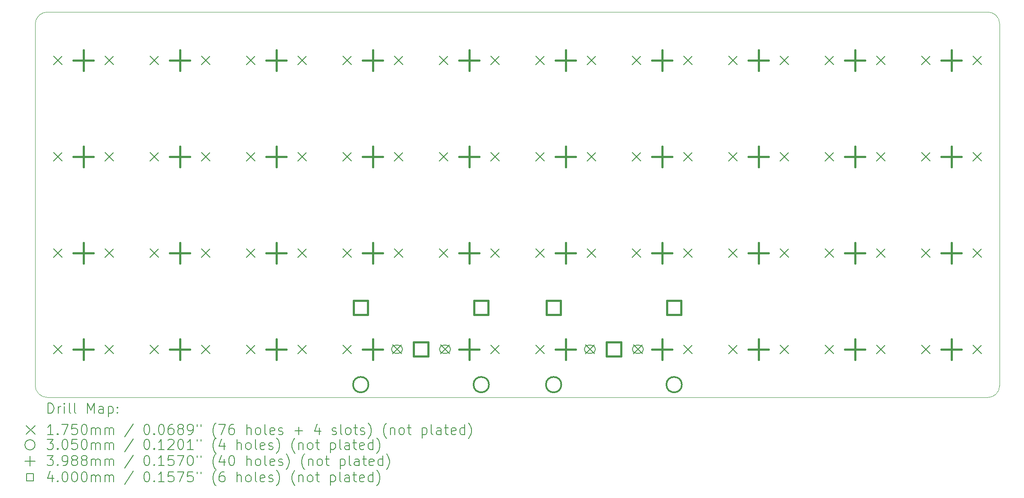
<source format=gbr>
%FSLAX45Y45*%
G04 Gerber Fmt 4.5, Leading zero omitted, Abs format (unit mm)*
G04 Created by KiCad (PCBNEW (6.0.0)) date 2023-02-08 23:19:00*
%MOMM*%
%LPD*%
G01*
G04 APERTURE LIST*
%TA.AperFunction,Profile*%
%ADD10C,0.050000*%
%TD*%
%ADD11C,0.200000*%
%ADD12C,0.175000*%
%ADD13C,0.305000*%
%ADD14C,0.398780*%
%ADD15C,0.400000*%
G04 APERTURE END LIST*
D10*
X1638300Y-1854200D02*
X1638300Y-8991600D01*
X1879600Y-9232900D02*
X20459700Y-9232900D01*
X20688300Y-9004300D02*
X20688300Y-1841500D01*
X20459700Y-1612900D02*
X1879600Y-1612900D01*
X1879600Y-1612900D02*
G75*
G03*
X1638300Y-1854200I0J-241300D01*
G01*
X20688300Y-1841500D02*
G75*
G03*
X20459700Y-1612900I-228600J0D01*
G01*
X20459700Y-9232900D02*
G75*
G03*
X20688300Y-9004300I0J228600D01*
G01*
X1638300Y-8991600D02*
G75*
G03*
X1879600Y-9232900I241300J0D01*
G01*
D11*
D12*
X1998475Y-2481075D02*
X2173475Y-2656075D01*
X2173475Y-2481075D02*
X1998475Y-2656075D01*
X1998475Y-4386075D02*
X2173475Y-4561075D01*
X2173475Y-4386075D02*
X1998475Y-4561075D01*
X1998475Y-6291075D02*
X2173475Y-6466075D01*
X2173475Y-6291075D02*
X1998475Y-6466075D01*
X1998475Y-8196075D02*
X2173475Y-8371075D01*
X2173475Y-8196075D02*
X1998475Y-8371075D01*
X3014475Y-2481075D02*
X3189475Y-2656075D01*
X3189475Y-2481075D02*
X3014475Y-2656075D01*
X3014475Y-4386075D02*
X3189475Y-4561075D01*
X3189475Y-4386075D02*
X3014475Y-4561075D01*
X3014475Y-6291075D02*
X3189475Y-6466075D01*
X3189475Y-6291075D02*
X3014475Y-6466075D01*
X3014475Y-8196075D02*
X3189475Y-8371075D01*
X3189475Y-8196075D02*
X3014475Y-8371075D01*
X3903475Y-2481075D02*
X4078475Y-2656075D01*
X4078475Y-2481075D02*
X3903475Y-2656075D01*
X3903475Y-4386075D02*
X4078475Y-4561075D01*
X4078475Y-4386075D02*
X3903475Y-4561075D01*
X3903475Y-6291075D02*
X4078475Y-6466075D01*
X4078475Y-6291075D02*
X3903475Y-6466075D01*
X3903475Y-8196075D02*
X4078475Y-8371075D01*
X4078475Y-8196075D02*
X3903475Y-8371075D01*
X4919475Y-2481075D02*
X5094475Y-2656075D01*
X5094475Y-2481075D02*
X4919475Y-2656075D01*
X4919475Y-4386075D02*
X5094475Y-4561075D01*
X5094475Y-4386075D02*
X4919475Y-4561075D01*
X4919475Y-6291075D02*
X5094475Y-6466075D01*
X5094475Y-6291075D02*
X4919475Y-6466075D01*
X4919475Y-8196075D02*
X5094475Y-8371075D01*
X5094475Y-8196075D02*
X4919475Y-8371075D01*
X5808475Y-2481075D02*
X5983475Y-2656075D01*
X5983475Y-2481075D02*
X5808475Y-2656075D01*
X5808475Y-4386075D02*
X5983475Y-4561075D01*
X5983475Y-4386075D02*
X5808475Y-4561075D01*
X5808475Y-6291075D02*
X5983475Y-6466075D01*
X5983475Y-6291075D02*
X5808475Y-6466075D01*
X5808475Y-8196075D02*
X5983475Y-8371075D01*
X5983475Y-8196075D02*
X5808475Y-8371075D01*
X6824475Y-2481075D02*
X6999475Y-2656075D01*
X6999475Y-2481075D02*
X6824475Y-2656075D01*
X6824475Y-4386075D02*
X6999475Y-4561075D01*
X6999475Y-4386075D02*
X6824475Y-4561075D01*
X6824475Y-6291075D02*
X6999475Y-6466075D01*
X6999475Y-6291075D02*
X6824475Y-6466075D01*
X6824475Y-8196075D02*
X6999475Y-8371075D01*
X6999475Y-8196075D02*
X6824475Y-8371075D01*
X7713475Y-2481075D02*
X7888475Y-2656075D01*
X7888475Y-2481075D02*
X7713475Y-2656075D01*
X7713475Y-4386075D02*
X7888475Y-4561075D01*
X7888475Y-4386075D02*
X7713475Y-4561075D01*
X7713475Y-6291075D02*
X7888475Y-6466075D01*
X7888475Y-6291075D02*
X7713475Y-6466075D01*
X7713475Y-8196075D02*
X7888475Y-8371075D01*
X7888475Y-8196075D02*
X7713475Y-8371075D01*
X8698500Y-8192500D02*
X8873500Y-8367500D01*
X8873500Y-8192500D02*
X8698500Y-8367500D01*
D11*
X8817500Y-8202500D02*
X8754500Y-8202500D01*
X8817500Y-8357500D02*
X8754500Y-8357500D01*
X8754500Y-8202500D02*
G75*
G03*
X8754500Y-8357500I0J-77500D01*
G01*
X8817500Y-8357500D02*
G75*
G03*
X8817500Y-8202500I0J77500D01*
G01*
D12*
X8729475Y-2481075D02*
X8904475Y-2656075D01*
X8904475Y-2481075D02*
X8729475Y-2656075D01*
X8729475Y-4386075D02*
X8904475Y-4561075D01*
X8904475Y-4386075D02*
X8729475Y-4561075D01*
X8729475Y-6291075D02*
X8904475Y-6466075D01*
X8904475Y-6291075D02*
X8729475Y-6466075D01*
X9618475Y-2481075D02*
X9793475Y-2656075D01*
X9793475Y-2481075D02*
X9618475Y-2656075D01*
X9618475Y-4386075D02*
X9793475Y-4561075D01*
X9793475Y-4386075D02*
X9618475Y-4561075D01*
X9618475Y-6291075D02*
X9793475Y-6466075D01*
X9793475Y-6291075D02*
X9618475Y-6466075D01*
X9646500Y-8192500D02*
X9821500Y-8367500D01*
X9821500Y-8192500D02*
X9646500Y-8367500D01*
D11*
X9765500Y-8202500D02*
X9702500Y-8202500D01*
X9765500Y-8357500D02*
X9702500Y-8357500D01*
X9702500Y-8202500D02*
G75*
G03*
X9702500Y-8357500I0J-77500D01*
G01*
X9765500Y-8357500D02*
G75*
G03*
X9765500Y-8202500I0J77500D01*
G01*
D12*
X10634475Y-2481075D02*
X10809475Y-2656075D01*
X10809475Y-2481075D02*
X10634475Y-2656075D01*
X10634475Y-4386075D02*
X10809475Y-4561075D01*
X10809475Y-4386075D02*
X10634475Y-4561075D01*
X10634475Y-6291075D02*
X10809475Y-6466075D01*
X10809475Y-6291075D02*
X10634475Y-6466075D01*
X10634475Y-8196075D02*
X10809475Y-8371075D01*
X10809475Y-8196075D02*
X10634475Y-8371075D01*
X11523475Y-2481075D02*
X11698475Y-2656075D01*
X11698475Y-2481075D02*
X11523475Y-2656075D01*
X11523475Y-4386075D02*
X11698475Y-4561075D01*
X11698475Y-4386075D02*
X11523475Y-4561075D01*
X11523475Y-6291075D02*
X11698475Y-6466075D01*
X11698475Y-6291075D02*
X11523475Y-6466075D01*
X11523475Y-8196075D02*
X11698475Y-8371075D01*
X11698475Y-8196075D02*
X11523475Y-8371075D01*
X12508500Y-8192500D02*
X12683500Y-8367500D01*
X12683500Y-8192500D02*
X12508500Y-8367500D01*
D11*
X12627500Y-8202500D02*
X12564500Y-8202500D01*
X12627500Y-8357500D02*
X12564500Y-8357500D01*
X12564500Y-8202500D02*
G75*
G03*
X12564500Y-8357500I0J-77500D01*
G01*
X12627500Y-8357500D02*
G75*
G03*
X12627500Y-8202500I0J77500D01*
G01*
D12*
X12539475Y-2481075D02*
X12714475Y-2656075D01*
X12714475Y-2481075D02*
X12539475Y-2656075D01*
X12539475Y-4386075D02*
X12714475Y-4561075D01*
X12714475Y-4386075D02*
X12539475Y-4561075D01*
X12539475Y-6291075D02*
X12714475Y-6466075D01*
X12714475Y-6291075D02*
X12539475Y-6466075D01*
X13428475Y-2481075D02*
X13603475Y-2656075D01*
X13603475Y-2481075D02*
X13428475Y-2656075D01*
X13428475Y-4386075D02*
X13603475Y-4561075D01*
X13603475Y-4386075D02*
X13428475Y-4561075D01*
X13428475Y-6291075D02*
X13603475Y-6466075D01*
X13603475Y-6291075D02*
X13428475Y-6466075D01*
X13456500Y-8192500D02*
X13631500Y-8367500D01*
X13631500Y-8192500D02*
X13456500Y-8367500D01*
D11*
X13575500Y-8202500D02*
X13512500Y-8202500D01*
X13575500Y-8357500D02*
X13512500Y-8357500D01*
X13512500Y-8202500D02*
G75*
G03*
X13512500Y-8357500I0J-77500D01*
G01*
X13575500Y-8357500D02*
G75*
G03*
X13575500Y-8202500I0J77500D01*
G01*
D12*
X14444475Y-2481075D02*
X14619475Y-2656075D01*
X14619475Y-2481075D02*
X14444475Y-2656075D01*
X14444475Y-4386075D02*
X14619475Y-4561075D01*
X14619475Y-4386075D02*
X14444475Y-4561075D01*
X14444475Y-6291075D02*
X14619475Y-6466075D01*
X14619475Y-6291075D02*
X14444475Y-6466075D01*
X14444475Y-8196075D02*
X14619475Y-8371075D01*
X14619475Y-8196075D02*
X14444475Y-8371075D01*
X15333475Y-2481075D02*
X15508475Y-2656075D01*
X15508475Y-2481075D02*
X15333475Y-2656075D01*
X15333475Y-4386075D02*
X15508475Y-4561075D01*
X15508475Y-4386075D02*
X15333475Y-4561075D01*
X15333475Y-6291075D02*
X15508475Y-6466075D01*
X15508475Y-6291075D02*
X15333475Y-6466075D01*
X15333475Y-8196075D02*
X15508475Y-8371075D01*
X15508475Y-8196075D02*
X15333475Y-8371075D01*
X16349475Y-2481075D02*
X16524475Y-2656075D01*
X16524475Y-2481075D02*
X16349475Y-2656075D01*
X16349475Y-4386075D02*
X16524475Y-4561075D01*
X16524475Y-4386075D02*
X16349475Y-4561075D01*
X16349475Y-6291075D02*
X16524475Y-6466075D01*
X16524475Y-6291075D02*
X16349475Y-6466075D01*
X16349475Y-8196075D02*
X16524475Y-8371075D01*
X16524475Y-8196075D02*
X16349475Y-8371075D01*
X17238475Y-2481075D02*
X17413475Y-2656075D01*
X17413475Y-2481075D02*
X17238475Y-2656075D01*
X17238475Y-4386075D02*
X17413475Y-4561075D01*
X17413475Y-4386075D02*
X17238475Y-4561075D01*
X17238475Y-6291075D02*
X17413475Y-6466075D01*
X17413475Y-6291075D02*
X17238475Y-6466075D01*
X17238475Y-8196075D02*
X17413475Y-8371075D01*
X17413475Y-8196075D02*
X17238475Y-8371075D01*
X18254475Y-2481075D02*
X18429475Y-2656075D01*
X18429475Y-2481075D02*
X18254475Y-2656075D01*
X18254475Y-4386075D02*
X18429475Y-4561075D01*
X18429475Y-4386075D02*
X18254475Y-4561075D01*
X18254475Y-6291075D02*
X18429475Y-6466075D01*
X18429475Y-6291075D02*
X18254475Y-6466075D01*
X18254475Y-8196075D02*
X18429475Y-8371075D01*
X18429475Y-8196075D02*
X18254475Y-8371075D01*
X19143475Y-2481075D02*
X19318475Y-2656075D01*
X19318475Y-2481075D02*
X19143475Y-2656075D01*
X19143475Y-4386075D02*
X19318475Y-4561075D01*
X19318475Y-4386075D02*
X19143475Y-4561075D01*
X19143475Y-6291075D02*
X19318475Y-6466075D01*
X19318475Y-6291075D02*
X19143475Y-6466075D01*
X19143475Y-8196075D02*
X19318475Y-8371075D01*
X19318475Y-8196075D02*
X19143475Y-8371075D01*
X20159475Y-2481075D02*
X20334475Y-2656075D01*
X20334475Y-2481075D02*
X20159475Y-2656075D01*
X20159475Y-4386075D02*
X20334475Y-4561075D01*
X20334475Y-4386075D02*
X20159475Y-4561075D01*
X20159475Y-6291075D02*
X20334475Y-6466075D01*
X20334475Y-6291075D02*
X20159475Y-6466075D01*
X20159475Y-8196075D02*
X20334475Y-8371075D01*
X20334475Y-8196075D02*
X20159475Y-8371075D01*
D13*
X8222500Y-8980000D02*
G75*
G03*
X8222500Y-8980000I-152500J0D01*
G01*
X10602500Y-8980000D02*
G75*
G03*
X10602500Y-8980000I-152500J0D01*
G01*
X12032500Y-8980000D02*
G75*
G03*
X12032500Y-8980000I-152500J0D01*
G01*
X14412500Y-8980000D02*
G75*
G03*
X14412500Y-8980000I-152500J0D01*
G01*
D14*
X2593975Y-2369185D02*
X2593975Y-2767965D01*
X2394585Y-2568575D02*
X2793365Y-2568575D01*
X2593975Y-4274185D02*
X2593975Y-4672965D01*
X2394585Y-4473575D02*
X2793365Y-4473575D01*
X2593975Y-6179185D02*
X2593975Y-6577965D01*
X2394585Y-6378575D02*
X2793365Y-6378575D01*
X2593975Y-8084185D02*
X2593975Y-8482965D01*
X2394585Y-8283575D02*
X2793365Y-8283575D01*
X4498975Y-2369185D02*
X4498975Y-2767965D01*
X4299585Y-2568575D02*
X4698365Y-2568575D01*
X4498975Y-4274185D02*
X4498975Y-4672965D01*
X4299585Y-4473575D02*
X4698365Y-4473575D01*
X4498975Y-6179185D02*
X4498975Y-6577965D01*
X4299585Y-6378575D02*
X4698365Y-6378575D01*
X4498975Y-8084185D02*
X4498975Y-8482965D01*
X4299585Y-8283575D02*
X4698365Y-8283575D01*
X6403975Y-2369185D02*
X6403975Y-2767965D01*
X6204585Y-2568575D02*
X6603365Y-2568575D01*
X6403975Y-4274185D02*
X6403975Y-4672965D01*
X6204585Y-4473575D02*
X6603365Y-4473575D01*
X6403975Y-6179185D02*
X6403975Y-6577965D01*
X6204585Y-6378575D02*
X6603365Y-6378575D01*
X6403975Y-8084185D02*
X6403975Y-8482965D01*
X6204585Y-8283575D02*
X6603365Y-8283575D01*
X8308975Y-2369185D02*
X8308975Y-2767965D01*
X8109585Y-2568575D02*
X8508365Y-2568575D01*
X8308975Y-4274185D02*
X8308975Y-4672965D01*
X8109585Y-4473575D02*
X8508365Y-4473575D01*
X8308975Y-6179185D02*
X8308975Y-6577965D01*
X8109585Y-6378575D02*
X8508365Y-6378575D01*
X8308975Y-8084185D02*
X8308975Y-8482965D01*
X8109585Y-8283575D02*
X8508365Y-8283575D01*
X10213975Y-2369185D02*
X10213975Y-2767965D01*
X10014585Y-2568575D02*
X10413365Y-2568575D01*
X10213975Y-4274185D02*
X10213975Y-4672965D01*
X10014585Y-4473575D02*
X10413365Y-4473575D01*
X10213975Y-6179185D02*
X10213975Y-6577965D01*
X10014585Y-6378575D02*
X10413365Y-6378575D01*
X10213975Y-8084185D02*
X10213975Y-8482965D01*
X10014585Y-8283575D02*
X10413365Y-8283575D01*
X12118975Y-2369185D02*
X12118975Y-2767965D01*
X11919585Y-2568575D02*
X12318365Y-2568575D01*
X12118975Y-4274185D02*
X12118975Y-4672965D01*
X11919585Y-4473575D02*
X12318365Y-4473575D01*
X12118975Y-6179185D02*
X12118975Y-6577965D01*
X11919585Y-6378575D02*
X12318365Y-6378575D01*
X12118975Y-8084185D02*
X12118975Y-8482965D01*
X11919585Y-8283575D02*
X12318365Y-8283575D01*
X14023975Y-2369185D02*
X14023975Y-2767965D01*
X13824585Y-2568575D02*
X14223365Y-2568575D01*
X14023975Y-4274185D02*
X14023975Y-4672965D01*
X13824585Y-4473575D02*
X14223365Y-4473575D01*
X14023975Y-6179185D02*
X14023975Y-6577965D01*
X13824585Y-6378575D02*
X14223365Y-6378575D01*
X14023975Y-8084185D02*
X14023975Y-8482965D01*
X13824585Y-8283575D02*
X14223365Y-8283575D01*
X15928975Y-2369185D02*
X15928975Y-2767965D01*
X15729585Y-2568575D02*
X16128365Y-2568575D01*
X15928975Y-4274185D02*
X15928975Y-4672965D01*
X15729585Y-4473575D02*
X16128365Y-4473575D01*
X15928975Y-6179185D02*
X15928975Y-6577965D01*
X15729585Y-6378575D02*
X16128365Y-6378575D01*
X15928975Y-8084185D02*
X15928975Y-8482965D01*
X15729585Y-8283575D02*
X16128365Y-8283575D01*
X17833975Y-2369185D02*
X17833975Y-2767965D01*
X17634585Y-2568575D02*
X18033365Y-2568575D01*
X17833975Y-4274185D02*
X17833975Y-4672965D01*
X17634585Y-4473575D02*
X18033365Y-4473575D01*
X17833975Y-6179185D02*
X17833975Y-6577965D01*
X17634585Y-6378575D02*
X18033365Y-6378575D01*
X17833975Y-8084185D02*
X17833975Y-8482965D01*
X17634585Y-8283575D02*
X18033365Y-8283575D01*
X19738975Y-2369185D02*
X19738975Y-2767965D01*
X19539585Y-2568575D02*
X19938365Y-2568575D01*
X19738975Y-4274185D02*
X19738975Y-4672965D01*
X19539585Y-4473575D02*
X19938365Y-4473575D01*
X19738975Y-6179185D02*
X19738975Y-6577965D01*
X19539585Y-6378575D02*
X19938365Y-6378575D01*
X19738975Y-8084185D02*
X19738975Y-8482965D01*
X19539585Y-8283575D02*
X19938365Y-8283575D01*
D15*
X8211423Y-7597423D02*
X8211423Y-7314577D01*
X7928577Y-7314577D01*
X7928577Y-7597423D01*
X8211423Y-7597423D01*
X9401423Y-8421423D02*
X9401423Y-8138577D01*
X9118577Y-8138577D01*
X9118577Y-8421423D01*
X9401423Y-8421423D01*
X10591423Y-7597423D02*
X10591423Y-7314577D01*
X10308577Y-7314577D01*
X10308577Y-7597423D01*
X10591423Y-7597423D01*
X12021423Y-7597423D02*
X12021423Y-7314577D01*
X11738577Y-7314577D01*
X11738577Y-7597423D01*
X12021423Y-7597423D01*
X13211423Y-8421423D02*
X13211423Y-8138577D01*
X12928577Y-8138577D01*
X12928577Y-8421423D01*
X13211423Y-8421423D01*
X14401423Y-7597423D02*
X14401423Y-7314577D01*
X14118577Y-7314577D01*
X14118577Y-7597423D01*
X14401423Y-7597423D01*
D11*
X1893419Y-9545876D02*
X1893419Y-9345876D01*
X1941038Y-9345876D01*
X1969609Y-9355400D01*
X1988657Y-9374448D01*
X1998181Y-9393495D01*
X2007705Y-9431590D01*
X2007705Y-9460162D01*
X1998181Y-9498257D01*
X1988657Y-9517305D01*
X1969609Y-9536352D01*
X1941038Y-9545876D01*
X1893419Y-9545876D01*
X2093419Y-9545876D02*
X2093419Y-9412543D01*
X2093419Y-9450638D02*
X2102943Y-9431590D01*
X2112467Y-9422067D01*
X2131514Y-9412543D01*
X2150562Y-9412543D01*
X2217229Y-9545876D02*
X2217229Y-9412543D01*
X2217229Y-9345876D02*
X2207705Y-9355400D01*
X2217229Y-9364924D01*
X2226752Y-9355400D01*
X2217229Y-9345876D01*
X2217229Y-9364924D01*
X2341038Y-9545876D02*
X2321990Y-9536352D01*
X2312467Y-9517305D01*
X2312467Y-9345876D01*
X2445800Y-9545876D02*
X2426752Y-9536352D01*
X2417229Y-9517305D01*
X2417229Y-9345876D01*
X2674371Y-9545876D02*
X2674371Y-9345876D01*
X2741038Y-9488733D01*
X2807705Y-9345876D01*
X2807705Y-9545876D01*
X2988657Y-9545876D02*
X2988657Y-9441114D01*
X2979133Y-9422067D01*
X2960086Y-9412543D01*
X2921990Y-9412543D01*
X2902943Y-9422067D01*
X2988657Y-9536352D02*
X2969609Y-9545876D01*
X2921990Y-9545876D01*
X2902943Y-9536352D01*
X2893419Y-9517305D01*
X2893419Y-9498257D01*
X2902943Y-9479210D01*
X2921990Y-9469686D01*
X2969609Y-9469686D01*
X2988657Y-9460162D01*
X3083895Y-9412543D02*
X3083895Y-9612543D01*
X3083895Y-9422067D02*
X3102943Y-9412543D01*
X3141038Y-9412543D01*
X3160086Y-9422067D01*
X3169609Y-9431590D01*
X3179133Y-9450638D01*
X3179133Y-9507781D01*
X3169609Y-9526829D01*
X3160086Y-9536352D01*
X3141038Y-9545876D01*
X3102943Y-9545876D01*
X3083895Y-9536352D01*
X3264848Y-9526829D02*
X3274371Y-9536352D01*
X3264848Y-9545876D01*
X3255324Y-9536352D01*
X3264848Y-9526829D01*
X3264848Y-9545876D01*
X3264848Y-9422067D02*
X3274371Y-9431590D01*
X3264848Y-9441114D01*
X3255324Y-9431590D01*
X3264848Y-9422067D01*
X3264848Y-9441114D01*
D12*
X1460800Y-9787900D02*
X1635800Y-9962900D01*
X1635800Y-9787900D02*
X1460800Y-9962900D01*
D11*
X1998181Y-9965876D02*
X1883895Y-9965876D01*
X1941038Y-9965876D02*
X1941038Y-9765876D01*
X1921990Y-9794448D01*
X1902943Y-9813495D01*
X1883895Y-9823019D01*
X2083895Y-9946829D02*
X2093419Y-9956352D01*
X2083895Y-9965876D01*
X2074371Y-9956352D01*
X2083895Y-9946829D01*
X2083895Y-9965876D01*
X2160086Y-9765876D02*
X2293419Y-9765876D01*
X2207705Y-9965876D01*
X2464848Y-9765876D02*
X2369610Y-9765876D01*
X2360086Y-9861114D01*
X2369610Y-9851590D01*
X2388657Y-9842067D01*
X2436276Y-9842067D01*
X2455324Y-9851590D01*
X2464848Y-9861114D01*
X2474371Y-9880162D01*
X2474371Y-9927781D01*
X2464848Y-9946829D01*
X2455324Y-9956352D01*
X2436276Y-9965876D01*
X2388657Y-9965876D01*
X2369610Y-9956352D01*
X2360086Y-9946829D01*
X2598181Y-9765876D02*
X2617229Y-9765876D01*
X2636276Y-9775400D01*
X2645800Y-9784924D01*
X2655324Y-9803971D01*
X2664848Y-9842067D01*
X2664848Y-9889686D01*
X2655324Y-9927781D01*
X2645800Y-9946829D01*
X2636276Y-9956352D01*
X2617229Y-9965876D01*
X2598181Y-9965876D01*
X2579133Y-9956352D01*
X2569610Y-9946829D01*
X2560086Y-9927781D01*
X2550562Y-9889686D01*
X2550562Y-9842067D01*
X2560086Y-9803971D01*
X2569610Y-9784924D01*
X2579133Y-9775400D01*
X2598181Y-9765876D01*
X2750562Y-9965876D02*
X2750562Y-9832543D01*
X2750562Y-9851590D02*
X2760086Y-9842067D01*
X2779133Y-9832543D01*
X2807705Y-9832543D01*
X2826752Y-9842067D01*
X2836276Y-9861114D01*
X2836276Y-9965876D01*
X2836276Y-9861114D02*
X2845800Y-9842067D01*
X2864848Y-9832543D01*
X2893419Y-9832543D01*
X2912467Y-9842067D01*
X2921990Y-9861114D01*
X2921990Y-9965876D01*
X3017228Y-9965876D02*
X3017228Y-9832543D01*
X3017228Y-9851590D02*
X3026752Y-9842067D01*
X3045800Y-9832543D01*
X3074371Y-9832543D01*
X3093419Y-9842067D01*
X3102943Y-9861114D01*
X3102943Y-9965876D01*
X3102943Y-9861114D02*
X3112467Y-9842067D01*
X3131514Y-9832543D01*
X3160086Y-9832543D01*
X3179133Y-9842067D01*
X3188657Y-9861114D01*
X3188657Y-9965876D01*
X3579133Y-9756352D02*
X3407705Y-10013495D01*
X3836276Y-9765876D02*
X3855324Y-9765876D01*
X3874371Y-9775400D01*
X3883895Y-9784924D01*
X3893419Y-9803971D01*
X3902943Y-9842067D01*
X3902943Y-9889686D01*
X3893419Y-9927781D01*
X3883895Y-9946829D01*
X3874371Y-9956352D01*
X3855324Y-9965876D01*
X3836276Y-9965876D01*
X3817228Y-9956352D01*
X3807705Y-9946829D01*
X3798181Y-9927781D01*
X3788657Y-9889686D01*
X3788657Y-9842067D01*
X3798181Y-9803971D01*
X3807705Y-9784924D01*
X3817228Y-9775400D01*
X3836276Y-9765876D01*
X3988657Y-9946829D02*
X3998181Y-9956352D01*
X3988657Y-9965876D01*
X3979133Y-9956352D01*
X3988657Y-9946829D01*
X3988657Y-9965876D01*
X4121990Y-9765876D02*
X4141038Y-9765876D01*
X4160086Y-9775400D01*
X4169609Y-9784924D01*
X4179133Y-9803971D01*
X4188657Y-9842067D01*
X4188657Y-9889686D01*
X4179133Y-9927781D01*
X4169609Y-9946829D01*
X4160086Y-9956352D01*
X4141038Y-9965876D01*
X4121990Y-9965876D01*
X4102943Y-9956352D01*
X4093419Y-9946829D01*
X4083895Y-9927781D01*
X4074371Y-9889686D01*
X4074371Y-9842067D01*
X4083895Y-9803971D01*
X4093419Y-9784924D01*
X4102943Y-9775400D01*
X4121990Y-9765876D01*
X4360086Y-9765876D02*
X4321990Y-9765876D01*
X4302943Y-9775400D01*
X4293419Y-9784924D01*
X4274371Y-9813495D01*
X4264848Y-9851590D01*
X4264848Y-9927781D01*
X4274371Y-9946829D01*
X4283895Y-9956352D01*
X4302943Y-9965876D01*
X4341038Y-9965876D01*
X4360086Y-9956352D01*
X4369610Y-9946829D01*
X4379133Y-9927781D01*
X4379133Y-9880162D01*
X4369610Y-9861114D01*
X4360086Y-9851590D01*
X4341038Y-9842067D01*
X4302943Y-9842067D01*
X4283895Y-9851590D01*
X4274371Y-9861114D01*
X4264848Y-9880162D01*
X4493419Y-9851590D02*
X4474371Y-9842067D01*
X4464848Y-9832543D01*
X4455324Y-9813495D01*
X4455324Y-9803971D01*
X4464848Y-9784924D01*
X4474371Y-9775400D01*
X4493419Y-9765876D01*
X4531514Y-9765876D01*
X4550562Y-9775400D01*
X4560086Y-9784924D01*
X4569610Y-9803971D01*
X4569610Y-9813495D01*
X4560086Y-9832543D01*
X4550562Y-9842067D01*
X4531514Y-9851590D01*
X4493419Y-9851590D01*
X4474371Y-9861114D01*
X4464848Y-9870638D01*
X4455324Y-9889686D01*
X4455324Y-9927781D01*
X4464848Y-9946829D01*
X4474371Y-9956352D01*
X4493419Y-9965876D01*
X4531514Y-9965876D01*
X4550562Y-9956352D01*
X4560086Y-9946829D01*
X4569610Y-9927781D01*
X4569610Y-9889686D01*
X4560086Y-9870638D01*
X4550562Y-9861114D01*
X4531514Y-9851590D01*
X4664848Y-9965876D02*
X4702943Y-9965876D01*
X4721990Y-9956352D01*
X4731514Y-9946829D01*
X4750562Y-9918257D01*
X4760086Y-9880162D01*
X4760086Y-9803971D01*
X4750562Y-9784924D01*
X4741038Y-9775400D01*
X4721990Y-9765876D01*
X4683895Y-9765876D01*
X4664848Y-9775400D01*
X4655324Y-9784924D01*
X4645800Y-9803971D01*
X4645800Y-9851590D01*
X4655324Y-9870638D01*
X4664848Y-9880162D01*
X4683895Y-9889686D01*
X4721990Y-9889686D01*
X4741038Y-9880162D01*
X4750562Y-9870638D01*
X4760086Y-9851590D01*
X4836276Y-9765876D02*
X4836276Y-9803971D01*
X4912467Y-9765876D02*
X4912467Y-9803971D01*
X5207705Y-10042067D02*
X5198181Y-10032543D01*
X5179133Y-10003971D01*
X5169610Y-9984924D01*
X5160086Y-9956352D01*
X5150562Y-9908733D01*
X5150562Y-9870638D01*
X5160086Y-9823019D01*
X5169610Y-9794448D01*
X5179133Y-9775400D01*
X5198181Y-9746829D01*
X5207705Y-9737305D01*
X5264848Y-9765876D02*
X5398181Y-9765876D01*
X5312467Y-9965876D01*
X5560086Y-9765876D02*
X5521990Y-9765876D01*
X5502943Y-9775400D01*
X5493419Y-9784924D01*
X5474371Y-9813495D01*
X5464848Y-9851590D01*
X5464848Y-9927781D01*
X5474371Y-9946829D01*
X5483895Y-9956352D01*
X5502943Y-9965876D01*
X5541038Y-9965876D01*
X5560086Y-9956352D01*
X5569610Y-9946829D01*
X5579133Y-9927781D01*
X5579133Y-9880162D01*
X5569610Y-9861114D01*
X5560086Y-9851590D01*
X5541038Y-9842067D01*
X5502943Y-9842067D01*
X5483895Y-9851590D01*
X5474371Y-9861114D01*
X5464848Y-9880162D01*
X5817228Y-9965876D02*
X5817228Y-9765876D01*
X5902943Y-9965876D02*
X5902943Y-9861114D01*
X5893419Y-9842067D01*
X5874371Y-9832543D01*
X5845800Y-9832543D01*
X5826752Y-9842067D01*
X5817228Y-9851590D01*
X6026752Y-9965876D02*
X6007705Y-9956352D01*
X5998181Y-9946829D01*
X5988657Y-9927781D01*
X5988657Y-9870638D01*
X5998181Y-9851590D01*
X6007705Y-9842067D01*
X6026752Y-9832543D01*
X6055324Y-9832543D01*
X6074371Y-9842067D01*
X6083895Y-9851590D01*
X6093419Y-9870638D01*
X6093419Y-9927781D01*
X6083895Y-9946829D01*
X6074371Y-9956352D01*
X6055324Y-9965876D01*
X6026752Y-9965876D01*
X6207705Y-9965876D02*
X6188657Y-9956352D01*
X6179133Y-9937305D01*
X6179133Y-9765876D01*
X6360086Y-9956352D02*
X6341038Y-9965876D01*
X6302943Y-9965876D01*
X6283895Y-9956352D01*
X6274371Y-9937305D01*
X6274371Y-9861114D01*
X6283895Y-9842067D01*
X6302943Y-9832543D01*
X6341038Y-9832543D01*
X6360086Y-9842067D01*
X6369609Y-9861114D01*
X6369609Y-9880162D01*
X6274371Y-9899210D01*
X6445800Y-9956352D02*
X6464848Y-9965876D01*
X6502943Y-9965876D01*
X6521990Y-9956352D01*
X6531514Y-9937305D01*
X6531514Y-9927781D01*
X6521990Y-9908733D01*
X6502943Y-9899210D01*
X6474371Y-9899210D01*
X6455324Y-9889686D01*
X6445800Y-9870638D01*
X6445800Y-9861114D01*
X6455324Y-9842067D01*
X6474371Y-9832543D01*
X6502943Y-9832543D01*
X6521990Y-9842067D01*
X6769609Y-9889686D02*
X6921990Y-9889686D01*
X6845800Y-9965876D02*
X6845800Y-9813495D01*
X7255324Y-9832543D02*
X7255324Y-9965876D01*
X7207705Y-9756352D02*
X7160086Y-9899210D01*
X7283895Y-9899210D01*
X7502943Y-9956352D02*
X7521990Y-9965876D01*
X7560086Y-9965876D01*
X7579133Y-9956352D01*
X7588657Y-9937305D01*
X7588657Y-9927781D01*
X7579133Y-9908733D01*
X7560086Y-9899210D01*
X7531514Y-9899210D01*
X7512467Y-9889686D01*
X7502943Y-9870638D01*
X7502943Y-9861114D01*
X7512467Y-9842067D01*
X7531514Y-9832543D01*
X7560086Y-9832543D01*
X7579133Y-9842067D01*
X7702943Y-9965876D02*
X7683895Y-9956352D01*
X7674371Y-9937305D01*
X7674371Y-9765876D01*
X7807705Y-9965876D02*
X7788657Y-9956352D01*
X7779133Y-9946829D01*
X7769609Y-9927781D01*
X7769609Y-9870638D01*
X7779133Y-9851590D01*
X7788657Y-9842067D01*
X7807705Y-9832543D01*
X7836276Y-9832543D01*
X7855324Y-9842067D01*
X7864848Y-9851590D01*
X7874371Y-9870638D01*
X7874371Y-9927781D01*
X7864848Y-9946829D01*
X7855324Y-9956352D01*
X7836276Y-9965876D01*
X7807705Y-9965876D01*
X7931514Y-9832543D02*
X8007705Y-9832543D01*
X7960086Y-9765876D02*
X7960086Y-9937305D01*
X7969609Y-9956352D01*
X7988657Y-9965876D01*
X8007705Y-9965876D01*
X8064848Y-9956352D02*
X8083895Y-9965876D01*
X8121990Y-9965876D01*
X8141038Y-9956352D01*
X8150562Y-9937305D01*
X8150562Y-9927781D01*
X8141038Y-9908733D01*
X8121990Y-9899210D01*
X8093419Y-9899210D01*
X8074371Y-9889686D01*
X8064848Y-9870638D01*
X8064848Y-9861114D01*
X8074371Y-9842067D01*
X8093419Y-9832543D01*
X8121990Y-9832543D01*
X8141038Y-9842067D01*
X8217228Y-10042067D02*
X8226752Y-10032543D01*
X8245800Y-10003971D01*
X8255324Y-9984924D01*
X8264848Y-9956352D01*
X8274371Y-9908733D01*
X8274371Y-9870638D01*
X8264848Y-9823019D01*
X8255324Y-9794448D01*
X8245800Y-9775400D01*
X8226752Y-9746829D01*
X8217228Y-9737305D01*
X8579133Y-10042067D02*
X8569610Y-10032543D01*
X8550562Y-10003971D01*
X8541038Y-9984924D01*
X8531514Y-9956352D01*
X8521990Y-9908733D01*
X8521990Y-9870638D01*
X8531514Y-9823019D01*
X8541038Y-9794448D01*
X8550562Y-9775400D01*
X8569610Y-9746829D01*
X8579133Y-9737305D01*
X8655324Y-9832543D02*
X8655324Y-9965876D01*
X8655324Y-9851590D02*
X8664848Y-9842067D01*
X8683895Y-9832543D01*
X8712467Y-9832543D01*
X8731514Y-9842067D01*
X8741038Y-9861114D01*
X8741038Y-9965876D01*
X8864848Y-9965876D02*
X8845800Y-9956352D01*
X8836276Y-9946829D01*
X8826752Y-9927781D01*
X8826752Y-9870638D01*
X8836276Y-9851590D01*
X8845800Y-9842067D01*
X8864848Y-9832543D01*
X8893419Y-9832543D01*
X8912467Y-9842067D01*
X8921990Y-9851590D01*
X8931514Y-9870638D01*
X8931514Y-9927781D01*
X8921990Y-9946829D01*
X8912467Y-9956352D01*
X8893419Y-9965876D01*
X8864848Y-9965876D01*
X8988657Y-9832543D02*
X9064848Y-9832543D01*
X9017229Y-9765876D02*
X9017229Y-9937305D01*
X9026752Y-9956352D01*
X9045800Y-9965876D01*
X9064848Y-9965876D01*
X9283895Y-9832543D02*
X9283895Y-10032543D01*
X9283895Y-9842067D02*
X9302943Y-9832543D01*
X9341038Y-9832543D01*
X9360086Y-9842067D01*
X9369610Y-9851590D01*
X9379133Y-9870638D01*
X9379133Y-9927781D01*
X9369610Y-9946829D01*
X9360086Y-9956352D01*
X9341038Y-9965876D01*
X9302943Y-9965876D01*
X9283895Y-9956352D01*
X9493419Y-9965876D02*
X9474371Y-9956352D01*
X9464848Y-9937305D01*
X9464848Y-9765876D01*
X9655324Y-9965876D02*
X9655324Y-9861114D01*
X9645800Y-9842067D01*
X9626752Y-9832543D01*
X9588657Y-9832543D01*
X9569610Y-9842067D01*
X9655324Y-9956352D02*
X9636276Y-9965876D01*
X9588657Y-9965876D01*
X9569610Y-9956352D01*
X9560086Y-9937305D01*
X9560086Y-9918257D01*
X9569610Y-9899210D01*
X9588657Y-9889686D01*
X9636276Y-9889686D01*
X9655324Y-9880162D01*
X9721990Y-9832543D02*
X9798181Y-9832543D01*
X9750562Y-9765876D02*
X9750562Y-9937305D01*
X9760086Y-9956352D01*
X9779133Y-9965876D01*
X9798181Y-9965876D01*
X9941038Y-9956352D02*
X9921990Y-9965876D01*
X9883895Y-9965876D01*
X9864848Y-9956352D01*
X9855324Y-9937305D01*
X9855324Y-9861114D01*
X9864848Y-9842067D01*
X9883895Y-9832543D01*
X9921990Y-9832543D01*
X9941038Y-9842067D01*
X9950562Y-9861114D01*
X9950562Y-9880162D01*
X9855324Y-9899210D01*
X10121990Y-9965876D02*
X10121990Y-9765876D01*
X10121990Y-9956352D02*
X10102943Y-9965876D01*
X10064848Y-9965876D01*
X10045800Y-9956352D01*
X10036276Y-9946829D01*
X10026752Y-9927781D01*
X10026752Y-9870638D01*
X10036276Y-9851590D01*
X10045800Y-9842067D01*
X10064848Y-9832543D01*
X10102943Y-9832543D01*
X10121990Y-9842067D01*
X10198181Y-10042067D02*
X10207705Y-10032543D01*
X10226752Y-10003971D01*
X10236276Y-9984924D01*
X10245800Y-9956352D01*
X10255324Y-9908733D01*
X10255324Y-9870638D01*
X10245800Y-9823019D01*
X10236276Y-9794448D01*
X10226752Y-9775400D01*
X10207705Y-9746829D01*
X10198181Y-9737305D01*
X1635800Y-10170400D02*
G75*
G03*
X1635800Y-10170400I-100000J0D01*
G01*
X1874371Y-10060876D02*
X1998181Y-10060876D01*
X1931514Y-10137067D01*
X1960086Y-10137067D01*
X1979133Y-10146590D01*
X1988657Y-10156114D01*
X1998181Y-10175162D01*
X1998181Y-10222781D01*
X1988657Y-10241829D01*
X1979133Y-10251352D01*
X1960086Y-10260876D01*
X1902943Y-10260876D01*
X1883895Y-10251352D01*
X1874371Y-10241829D01*
X2083895Y-10241829D02*
X2093419Y-10251352D01*
X2083895Y-10260876D01*
X2074371Y-10251352D01*
X2083895Y-10241829D01*
X2083895Y-10260876D01*
X2217229Y-10060876D02*
X2236276Y-10060876D01*
X2255324Y-10070400D01*
X2264848Y-10079924D01*
X2274371Y-10098971D01*
X2283895Y-10137067D01*
X2283895Y-10184686D01*
X2274371Y-10222781D01*
X2264848Y-10241829D01*
X2255324Y-10251352D01*
X2236276Y-10260876D01*
X2217229Y-10260876D01*
X2198181Y-10251352D01*
X2188657Y-10241829D01*
X2179133Y-10222781D01*
X2169610Y-10184686D01*
X2169610Y-10137067D01*
X2179133Y-10098971D01*
X2188657Y-10079924D01*
X2198181Y-10070400D01*
X2217229Y-10060876D01*
X2464848Y-10060876D02*
X2369610Y-10060876D01*
X2360086Y-10156114D01*
X2369610Y-10146590D01*
X2388657Y-10137067D01*
X2436276Y-10137067D01*
X2455324Y-10146590D01*
X2464848Y-10156114D01*
X2474371Y-10175162D01*
X2474371Y-10222781D01*
X2464848Y-10241829D01*
X2455324Y-10251352D01*
X2436276Y-10260876D01*
X2388657Y-10260876D01*
X2369610Y-10251352D01*
X2360086Y-10241829D01*
X2598181Y-10060876D02*
X2617229Y-10060876D01*
X2636276Y-10070400D01*
X2645800Y-10079924D01*
X2655324Y-10098971D01*
X2664848Y-10137067D01*
X2664848Y-10184686D01*
X2655324Y-10222781D01*
X2645800Y-10241829D01*
X2636276Y-10251352D01*
X2617229Y-10260876D01*
X2598181Y-10260876D01*
X2579133Y-10251352D01*
X2569610Y-10241829D01*
X2560086Y-10222781D01*
X2550562Y-10184686D01*
X2550562Y-10137067D01*
X2560086Y-10098971D01*
X2569610Y-10079924D01*
X2579133Y-10070400D01*
X2598181Y-10060876D01*
X2750562Y-10260876D02*
X2750562Y-10127543D01*
X2750562Y-10146590D02*
X2760086Y-10137067D01*
X2779133Y-10127543D01*
X2807705Y-10127543D01*
X2826752Y-10137067D01*
X2836276Y-10156114D01*
X2836276Y-10260876D01*
X2836276Y-10156114D02*
X2845800Y-10137067D01*
X2864848Y-10127543D01*
X2893419Y-10127543D01*
X2912467Y-10137067D01*
X2921990Y-10156114D01*
X2921990Y-10260876D01*
X3017228Y-10260876D02*
X3017228Y-10127543D01*
X3017228Y-10146590D02*
X3026752Y-10137067D01*
X3045800Y-10127543D01*
X3074371Y-10127543D01*
X3093419Y-10137067D01*
X3102943Y-10156114D01*
X3102943Y-10260876D01*
X3102943Y-10156114D02*
X3112467Y-10137067D01*
X3131514Y-10127543D01*
X3160086Y-10127543D01*
X3179133Y-10137067D01*
X3188657Y-10156114D01*
X3188657Y-10260876D01*
X3579133Y-10051352D02*
X3407705Y-10308495D01*
X3836276Y-10060876D02*
X3855324Y-10060876D01*
X3874371Y-10070400D01*
X3883895Y-10079924D01*
X3893419Y-10098971D01*
X3902943Y-10137067D01*
X3902943Y-10184686D01*
X3893419Y-10222781D01*
X3883895Y-10241829D01*
X3874371Y-10251352D01*
X3855324Y-10260876D01*
X3836276Y-10260876D01*
X3817228Y-10251352D01*
X3807705Y-10241829D01*
X3798181Y-10222781D01*
X3788657Y-10184686D01*
X3788657Y-10137067D01*
X3798181Y-10098971D01*
X3807705Y-10079924D01*
X3817228Y-10070400D01*
X3836276Y-10060876D01*
X3988657Y-10241829D02*
X3998181Y-10251352D01*
X3988657Y-10260876D01*
X3979133Y-10251352D01*
X3988657Y-10241829D01*
X3988657Y-10260876D01*
X4188657Y-10260876D02*
X4074371Y-10260876D01*
X4131514Y-10260876D02*
X4131514Y-10060876D01*
X4112467Y-10089448D01*
X4093419Y-10108495D01*
X4074371Y-10118019D01*
X4264848Y-10079924D02*
X4274371Y-10070400D01*
X4293419Y-10060876D01*
X4341038Y-10060876D01*
X4360086Y-10070400D01*
X4369610Y-10079924D01*
X4379133Y-10098971D01*
X4379133Y-10118019D01*
X4369610Y-10146590D01*
X4255324Y-10260876D01*
X4379133Y-10260876D01*
X4502943Y-10060876D02*
X4521990Y-10060876D01*
X4541038Y-10070400D01*
X4550562Y-10079924D01*
X4560086Y-10098971D01*
X4569610Y-10137067D01*
X4569610Y-10184686D01*
X4560086Y-10222781D01*
X4550562Y-10241829D01*
X4541038Y-10251352D01*
X4521990Y-10260876D01*
X4502943Y-10260876D01*
X4483895Y-10251352D01*
X4474371Y-10241829D01*
X4464848Y-10222781D01*
X4455324Y-10184686D01*
X4455324Y-10137067D01*
X4464848Y-10098971D01*
X4474371Y-10079924D01*
X4483895Y-10070400D01*
X4502943Y-10060876D01*
X4760086Y-10260876D02*
X4645800Y-10260876D01*
X4702943Y-10260876D02*
X4702943Y-10060876D01*
X4683895Y-10089448D01*
X4664848Y-10108495D01*
X4645800Y-10118019D01*
X4836276Y-10060876D02*
X4836276Y-10098971D01*
X4912467Y-10060876D02*
X4912467Y-10098971D01*
X5207705Y-10337067D02*
X5198181Y-10327543D01*
X5179133Y-10298971D01*
X5169610Y-10279924D01*
X5160086Y-10251352D01*
X5150562Y-10203733D01*
X5150562Y-10165638D01*
X5160086Y-10118019D01*
X5169610Y-10089448D01*
X5179133Y-10070400D01*
X5198181Y-10041829D01*
X5207705Y-10032305D01*
X5369610Y-10127543D02*
X5369610Y-10260876D01*
X5321990Y-10051352D02*
X5274371Y-10194210D01*
X5398181Y-10194210D01*
X5626752Y-10260876D02*
X5626752Y-10060876D01*
X5712467Y-10260876D02*
X5712467Y-10156114D01*
X5702943Y-10137067D01*
X5683895Y-10127543D01*
X5655324Y-10127543D01*
X5636276Y-10137067D01*
X5626752Y-10146590D01*
X5836276Y-10260876D02*
X5817228Y-10251352D01*
X5807705Y-10241829D01*
X5798181Y-10222781D01*
X5798181Y-10165638D01*
X5807705Y-10146590D01*
X5817228Y-10137067D01*
X5836276Y-10127543D01*
X5864848Y-10127543D01*
X5883895Y-10137067D01*
X5893419Y-10146590D01*
X5902943Y-10165638D01*
X5902943Y-10222781D01*
X5893419Y-10241829D01*
X5883895Y-10251352D01*
X5864848Y-10260876D01*
X5836276Y-10260876D01*
X6017228Y-10260876D02*
X5998181Y-10251352D01*
X5988657Y-10232305D01*
X5988657Y-10060876D01*
X6169609Y-10251352D02*
X6150562Y-10260876D01*
X6112467Y-10260876D01*
X6093419Y-10251352D01*
X6083895Y-10232305D01*
X6083895Y-10156114D01*
X6093419Y-10137067D01*
X6112467Y-10127543D01*
X6150562Y-10127543D01*
X6169609Y-10137067D01*
X6179133Y-10156114D01*
X6179133Y-10175162D01*
X6083895Y-10194210D01*
X6255324Y-10251352D02*
X6274371Y-10260876D01*
X6312467Y-10260876D01*
X6331514Y-10251352D01*
X6341038Y-10232305D01*
X6341038Y-10222781D01*
X6331514Y-10203733D01*
X6312467Y-10194210D01*
X6283895Y-10194210D01*
X6264848Y-10184686D01*
X6255324Y-10165638D01*
X6255324Y-10156114D01*
X6264848Y-10137067D01*
X6283895Y-10127543D01*
X6312467Y-10127543D01*
X6331514Y-10137067D01*
X6407705Y-10337067D02*
X6417228Y-10327543D01*
X6436276Y-10298971D01*
X6445800Y-10279924D01*
X6455324Y-10251352D01*
X6464848Y-10203733D01*
X6464848Y-10165638D01*
X6455324Y-10118019D01*
X6445800Y-10089448D01*
X6436276Y-10070400D01*
X6417228Y-10041829D01*
X6407705Y-10032305D01*
X6769609Y-10337067D02*
X6760086Y-10327543D01*
X6741038Y-10298971D01*
X6731514Y-10279924D01*
X6721990Y-10251352D01*
X6712467Y-10203733D01*
X6712467Y-10165638D01*
X6721990Y-10118019D01*
X6731514Y-10089448D01*
X6741038Y-10070400D01*
X6760086Y-10041829D01*
X6769609Y-10032305D01*
X6845800Y-10127543D02*
X6845800Y-10260876D01*
X6845800Y-10146590D02*
X6855324Y-10137067D01*
X6874371Y-10127543D01*
X6902943Y-10127543D01*
X6921990Y-10137067D01*
X6931514Y-10156114D01*
X6931514Y-10260876D01*
X7055324Y-10260876D02*
X7036276Y-10251352D01*
X7026752Y-10241829D01*
X7017228Y-10222781D01*
X7017228Y-10165638D01*
X7026752Y-10146590D01*
X7036276Y-10137067D01*
X7055324Y-10127543D01*
X7083895Y-10127543D01*
X7102943Y-10137067D01*
X7112467Y-10146590D01*
X7121990Y-10165638D01*
X7121990Y-10222781D01*
X7112467Y-10241829D01*
X7102943Y-10251352D01*
X7083895Y-10260876D01*
X7055324Y-10260876D01*
X7179133Y-10127543D02*
X7255324Y-10127543D01*
X7207705Y-10060876D02*
X7207705Y-10232305D01*
X7217228Y-10251352D01*
X7236276Y-10260876D01*
X7255324Y-10260876D01*
X7474371Y-10127543D02*
X7474371Y-10327543D01*
X7474371Y-10137067D02*
X7493419Y-10127543D01*
X7531514Y-10127543D01*
X7550562Y-10137067D01*
X7560086Y-10146590D01*
X7569609Y-10165638D01*
X7569609Y-10222781D01*
X7560086Y-10241829D01*
X7550562Y-10251352D01*
X7531514Y-10260876D01*
X7493419Y-10260876D01*
X7474371Y-10251352D01*
X7683895Y-10260876D02*
X7664848Y-10251352D01*
X7655324Y-10232305D01*
X7655324Y-10060876D01*
X7845800Y-10260876D02*
X7845800Y-10156114D01*
X7836276Y-10137067D01*
X7817228Y-10127543D01*
X7779133Y-10127543D01*
X7760086Y-10137067D01*
X7845800Y-10251352D02*
X7826752Y-10260876D01*
X7779133Y-10260876D01*
X7760086Y-10251352D01*
X7750562Y-10232305D01*
X7750562Y-10213257D01*
X7760086Y-10194210D01*
X7779133Y-10184686D01*
X7826752Y-10184686D01*
X7845800Y-10175162D01*
X7912467Y-10127543D02*
X7988657Y-10127543D01*
X7941038Y-10060876D02*
X7941038Y-10232305D01*
X7950562Y-10251352D01*
X7969609Y-10260876D01*
X7988657Y-10260876D01*
X8131514Y-10251352D02*
X8112467Y-10260876D01*
X8074371Y-10260876D01*
X8055324Y-10251352D01*
X8045800Y-10232305D01*
X8045800Y-10156114D01*
X8055324Y-10137067D01*
X8074371Y-10127543D01*
X8112467Y-10127543D01*
X8131514Y-10137067D01*
X8141038Y-10156114D01*
X8141038Y-10175162D01*
X8045800Y-10194210D01*
X8312467Y-10260876D02*
X8312467Y-10060876D01*
X8312467Y-10251352D02*
X8293419Y-10260876D01*
X8255324Y-10260876D01*
X8236276Y-10251352D01*
X8226752Y-10241829D01*
X8217228Y-10222781D01*
X8217228Y-10165638D01*
X8226752Y-10146590D01*
X8236276Y-10137067D01*
X8255324Y-10127543D01*
X8293419Y-10127543D01*
X8312467Y-10137067D01*
X8388657Y-10337067D02*
X8398181Y-10327543D01*
X8417229Y-10298971D01*
X8426752Y-10279924D01*
X8436276Y-10251352D01*
X8445800Y-10203733D01*
X8445800Y-10165638D01*
X8436276Y-10118019D01*
X8426752Y-10089448D01*
X8417229Y-10070400D01*
X8398181Y-10041829D01*
X8388657Y-10032305D01*
X1535800Y-10390400D02*
X1535800Y-10590400D01*
X1435800Y-10490400D02*
X1635800Y-10490400D01*
X1874371Y-10380876D02*
X1998181Y-10380876D01*
X1931514Y-10457067D01*
X1960086Y-10457067D01*
X1979133Y-10466590D01*
X1988657Y-10476114D01*
X1998181Y-10495162D01*
X1998181Y-10542781D01*
X1988657Y-10561829D01*
X1979133Y-10571352D01*
X1960086Y-10580876D01*
X1902943Y-10580876D01*
X1883895Y-10571352D01*
X1874371Y-10561829D01*
X2083895Y-10561829D02*
X2093419Y-10571352D01*
X2083895Y-10580876D01*
X2074371Y-10571352D01*
X2083895Y-10561829D01*
X2083895Y-10580876D01*
X2188657Y-10580876D02*
X2226752Y-10580876D01*
X2245800Y-10571352D01*
X2255324Y-10561829D01*
X2274371Y-10533257D01*
X2283895Y-10495162D01*
X2283895Y-10418971D01*
X2274371Y-10399924D01*
X2264848Y-10390400D01*
X2245800Y-10380876D01*
X2207705Y-10380876D01*
X2188657Y-10390400D01*
X2179133Y-10399924D01*
X2169610Y-10418971D01*
X2169610Y-10466590D01*
X2179133Y-10485638D01*
X2188657Y-10495162D01*
X2207705Y-10504686D01*
X2245800Y-10504686D01*
X2264848Y-10495162D01*
X2274371Y-10485638D01*
X2283895Y-10466590D01*
X2398181Y-10466590D02*
X2379133Y-10457067D01*
X2369610Y-10447543D01*
X2360086Y-10428495D01*
X2360086Y-10418971D01*
X2369610Y-10399924D01*
X2379133Y-10390400D01*
X2398181Y-10380876D01*
X2436276Y-10380876D01*
X2455324Y-10390400D01*
X2464848Y-10399924D01*
X2474371Y-10418971D01*
X2474371Y-10428495D01*
X2464848Y-10447543D01*
X2455324Y-10457067D01*
X2436276Y-10466590D01*
X2398181Y-10466590D01*
X2379133Y-10476114D01*
X2369610Y-10485638D01*
X2360086Y-10504686D01*
X2360086Y-10542781D01*
X2369610Y-10561829D01*
X2379133Y-10571352D01*
X2398181Y-10580876D01*
X2436276Y-10580876D01*
X2455324Y-10571352D01*
X2464848Y-10561829D01*
X2474371Y-10542781D01*
X2474371Y-10504686D01*
X2464848Y-10485638D01*
X2455324Y-10476114D01*
X2436276Y-10466590D01*
X2588657Y-10466590D02*
X2569610Y-10457067D01*
X2560086Y-10447543D01*
X2550562Y-10428495D01*
X2550562Y-10418971D01*
X2560086Y-10399924D01*
X2569610Y-10390400D01*
X2588657Y-10380876D01*
X2626752Y-10380876D01*
X2645800Y-10390400D01*
X2655324Y-10399924D01*
X2664848Y-10418971D01*
X2664848Y-10428495D01*
X2655324Y-10447543D01*
X2645800Y-10457067D01*
X2626752Y-10466590D01*
X2588657Y-10466590D01*
X2569610Y-10476114D01*
X2560086Y-10485638D01*
X2550562Y-10504686D01*
X2550562Y-10542781D01*
X2560086Y-10561829D01*
X2569610Y-10571352D01*
X2588657Y-10580876D01*
X2626752Y-10580876D01*
X2645800Y-10571352D01*
X2655324Y-10561829D01*
X2664848Y-10542781D01*
X2664848Y-10504686D01*
X2655324Y-10485638D01*
X2645800Y-10476114D01*
X2626752Y-10466590D01*
X2750562Y-10580876D02*
X2750562Y-10447543D01*
X2750562Y-10466590D02*
X2760086Y-10457067D01*
X2779133Y-10447543D01*
X2807705Y-10447543D01*
X2826752Y-10457067D01*
X2836276Y-10476114D01*
X2836276Y-10580876D01*
X2836276Y-10476114D02*
X2845800Y-10457067D01*
X2864848Y-10447543D01*
X2893419Y-10447543D01*
X2912467Y-10457067D01*
X2921990Y-10476114D01*
X2921990Y-10580876D01*
X3017228Y-10580876D02*
X3017228Y-10447543D01*
X3017228Y-10466590D02*
X3026752Y-10457067D01*
X3045800Y-10447543D01*
X3074371Y-10447543D01*
X3093419Y-10457067D01*
X3102943Y-10476114D01*
X3102943Y-10580876D01*
X3102943Y-10476114D02*
X3112467Y-10457067D01*
X3131514Y-10447543D01*
X3160086Y-10447543D01*
X3179133Y-10457067D01*
X3188657Y-10476114D01*
X3188657Y-10580876D01*
X3579133Y-10371352D02*
X3407705Y-10628495D01*
X3836276Y-10380876D02*
X3855324Y-10380876D01*
X3874371Y-10390400D01*
X3883895Y-10399924D01*
X3893419Y-10418971D01*
X3902943Y-10457067D01*
X3902943Y-10504686D01*
X3893419Y-10542781D01*
X3883895Y-10561829D01*
X3874371Y-10571352D01*
X3855324Y-10580876D01*
X3836276Y-10580876D01*
X3817228Y-10571352D01*
X3807705Y-10561829D01*
X3798181Y-10542781D01*
X3788657Y-10504686D01*
X3788657Y-10457067D01*
X3798181Y-10418971D01*
X3807705Y-10399924D01*
X3817228Y-10390400D01*
X3836276Y-10380876D01*
X3988657Y-10561829D02*
X3998181Y-10571352D01*
X3988657Y-10580876D01*
X3979133Y-10571352D01*
X3988657Y-10561829D01*
X3988657Y-10580876D01*
X4188657Y-10580876D02*
X4074371Y-10580876D01*
X4131514Y-10580876D02*
X4131514Y-10380876D01*
X4112467Y-10409448D01*
X4093419Y-10428495D01*
X4074371Y-10438019D01*
X4369610Y-10380876D02*
X4274371Y-10380876D01*
X4264848Y-10476114D01*
X4274371Y-10466590D01*
X4293419Y-10457067D01*
X4341038Y-10457067D01*
X4360086Y-10466590D01*
X4369610Y-10476114D01*
X4379133Y-10495162D01*
X4379133Y-10542781D01*
X4369610Y-10561829D01*
X4360086Y-10571352D01*
X4341038Y-10580876D01*
X4293419Y-10580876D01*
X4274371Y-10571352D01*
X4264848Y-10561829D01*
X4445800Y-10380876D02*
X4579133Y-10380876D01*
X4493419Y-10580876D01*
X4693419Y-10380876D02*
X4712467Y-10380876D01*
X4731514Y-10390400D01*
X4741038Y-10399924D01*
X4750562Y-10418971D01*
X4760086Y-10457067D01*
X4760086Y-10504686D01*
X4750562Y-10542781D01*
X4741038Y-10561829D01*
X4731514Y-10571352D01*
X4712467Y-10580876D01*
X4693419Y-10580876D01*
X4674371Y-10571352D01*
X4664848Y-10561829D01*
X4655324Y-10542781D01*
X4645800Y-10504686D01*
X4645800Y-10457067D01*
X4655324Y-10418971D01*
X4664848Y-10399924D01*
X4674371Y-10390400D01*
X4693419Y-10380876D01*
X4836276Y-10380876D02*
X4836276Y-10418971D01*
X4912467Y-10380876D02*
X4912467Y-10418971D01*
X5207705Y-10657067D02*
X5198181Y-10647543D01*
X5179133Y-10618971D01*
X5169610Y-10599924D01*
X5160086Y-10571352D01*
X5150562Y-10523733D01*
X5150562Y-10485638D01*
X5160086Y-10438019D01*
X5169610Y-10409448D01*
X5179133Y-10390400D01*
X5198181Y-10361829D01*
X5207705Y-10352305D01*
X5369610Y-10447543D02*
X5369610Y-10580876D01*
X5321990Y-10371352D02*
X5274371Y-10514210D01*
X5398181Y-10514210D01*
X5512467Y-10380876D02*
X5531514Y-10380876D01*
X5550562Y-10390400D01*
X5560086Y-10399924D01*
X5569610Y-10418971D01*
X5579133Y-10457067D01*
X5579133Y-10504686D01*
X5569610Y-10542781D01*
X5560086Y-10561829D01*
X5550562Y-10571352D01*
X5531514Y-10580876D01*
X5512467Y-10580876D01*
X5493419Y-10571352D01*
X5483895Y-10561829D01*
X5474371Y-10542781D01*
X5464848Y-10504686D01*
X5464848Y-10457067D01*
X5474371Y-10418971D01*
X5483895Y-10399924D01*
X5493419Y-10390400D01*
X5512467Y-10380876D01*
X5817228Y-10580876D02*
X5817228Y-10380876D01*
X5902943Y-10580876D02*
X5902943Y-10476114D01*
X5893419Y-10457067D01*
X5874371Y-10447543D01*
X5845800Y-10447543D01*
X5826752Y-10457067D01*
X5817228Y-10466590D01*
X6026752Y-10580876D02*
X6007705Y-10571352D01*
X5998181Y-10561829D01*
X5988657Y-10542781D01*
X5988657Y-10485638D01*
X5998181Y-10466590D01*
X6007705Y-10457067D01*
X6026752Y-10447543D01*
X6055324Y-10447543D01*
X6074371Y-10457067D01*
X6083895Y-10466590D01*
X6093419Y-10485638D01*
X6093419Y-10542781D01*
X6083895Y-10561829D01*
X6074371Y-10571352D01*
X6055324Y-10580876D01*
X6026752Y-10580876D01*
X6207705Y-10580876D02*
X6188657Y-10571352D01*
X6179133Y-10552305D01*
X6179133Y-10380876D01*
X6360086Y-10571352D02*
X6341038Y-10580876D01*
X6302943Y-10580876D01*
X6283895Y-10571352D01*
X6274371Y-10552305D01*
X6274371Y-10476114D01*
X6283895Y-10457067D01*
X6302943Y-10447543D01*
X6341038Y-10447543D01*
X6360086Y-10457067D01*
X6369609Y-10476114D01*
X6369609Y-10495162D01*
X6274371Y-10514210D01*
X6445800Y-10571352D02*
X6464848Y-10580876D01*
X6502943Y-10580876D01*
X6521990Y-10571352D01*
X6531514Y-10552305D01*
X6531514Y-10542781D01*
X6521990Y-10523733D01*
X6502943Y-10514210D01*
X6474371Y-10514210D01*
X6455324Y-10504686D01*
X6445800Y-10485638D01*
X6445800Y-10476114D01*
X6455324Y-10457067D01*
X6474371Y-10447543D01*
X6502943Y-10447543D01*
X6521990Y-10457067D01*
X6598181Y-10657067D02*
X6607705Y-10647543D01*
X6626752Y-10618971D01*
X6636276Y-10599924D01*
X6645800Y-10571352D01*
X6655324Y-10523733D01*
X6655324Y-10485638D01*
X6645800Y-10438019D01*
X6636276Y-10409448D01*
X6626752Y-10390400D01*
X6607705Y-10361829D01*
X6598181Y-10352305D01*
X6960086Y-10657067D02*
X6950562Y-10647543D01*
X6931514Y-10618971D01*
X6921990Y-10599924D01*
X6912467Y-10571352D01*
X6902943Y-10523733D01*
X6902943Y-10485638D01*
X6912467Y-10438019D01*
X6921990Y-10409448D01*
X6931514Y-10390400D01*
X6950562Y-10361829D01*
X6960086Y-10352305D01*
X7036276Y-10447543D02*
X7036276Y-10580876D01*
X7036276Y-10466590D02*
X7045800Y-10457067D01*
X7064848Y-10447543D01*
X7093419Y-10447543D01*
X7112467Y-10457067D01*
X7121990Y-10476114D01*
X7121990Y-10580876D01*
X7245800Y-10580876D02*
X7226752Y-10571352D01*
X7217228Y-10561829D01*
X7207705Y-10542781D01*
X7207705Y-10485638D01*
X7217228Y-10466590D01*
X7226752Y-10457067D01*
X7245800Y-10447543D01*
X7274371Y-10447543D01*
X7293419Y-10457067D01*
X7302943Y-10466590D01*
X7312467Y-10485638D01*
X7312467Y-10542781D01*
X7302943Y-10561829D01*
X7293419Y-10571352D01*
X7274371Y-10580876D01*
X7245800Y-10580876D01*
X7369609Y-10447543D02*
X7445800Y-10447543D01*
X7398181Y-10380876D02*
X7398181Y-10552305D01*
X7407705Y-10571352D01*
X7426752Y-10580876D01*
X7445800Y-10580876D01*
X7664848Y-10447543D02*
X7664848Y-10647543D01*
X7664848Y-10457067D02*
X7683895Y-10447543D01*
X7721990Y-10447543D01*
X7741038Y-10457067D01*
X7750562Y-10466590D01*
X7760086Y-10485638D01*
X7760086Y-10542781D01*
X7750562Y-10561829D01*
X7741038Y-10571352D01*
X7721990Y-10580876D01*
X7683895Y-10580876D01*
X7664848Y-10571352D01*
X7874371Y-10580876D02*
X7855324Y-10571352D01*
X7845800Y-10552305D01*
X7845800Y-10380876D01*
X8036276Y-10580876D02*
X8036276Y-10476114D01*
X8026752Y-10457067D01*
X8007705Y-10447543D01*
X7969609Y-10447543D01*
X7950562Y-10457067D01*
X8036276Y-10571352D02*
X8017228Y-10580876D01*
X7969609Y-10580876D01*
X7950562Y-10571352D01*
X7941038Y-10552305D01*
X7941038Y-10533257D01*
X7950562Y-10514210D01*
X7969609Y-10504686D01*
X8017228Y-10504686D01*
X8036276Y-10495162D01*
X8102943Y-10447543D02*
X8179133Y-10447543D01*
X8131514Y-10380876D02*
X8131514Y-10552305D01*
X8141038Y-10571352D01*
X8160086Y-10580876D01*
X8179133Y-10580876D01*
X8321990Y-10571352D02*
X8302943Y-10580876D01*
X8264848Y-10580876D01*
X8245800Y-10571352D01*
X8236276Y-10552305D01*
X8236276Y-10476114D01*
X8245800Y-10457067D01*
X8264848Y-10447543D01*
X8302943Y-10447543D01*
X8321990Y-10457067D01*
X8331514Y-10476114D01*
X8331514Y-10495162D01*
X8236276Y-10514210D01*
X8502943Y-10580876D02*
X8502943Y-10380876D01*
X8502943Y-10571352D02*
X8483895Y-10580876D01*
X8445800Y-10580876D01*
X8426752Y-10571352D01*
X8417229Y-10561829D01*
X8407705Y-10542781D01*
X8407705Y-10485638D01*
X8417229Y-10466590D01*
X8426752Y-10457067D01*
X8445800Y-10447543D01*
X8483895Y-10447543D01*
X8502943Y-10457067D01*
X8579133Y-10657067D02*
X8588657Y-10647543D01*
X8607705Y-10618971D01*
X8617229Y-10599924D01*
X8626752Y-10571352D01*
X8636276Y-10523733D01*
X8636276Y-10485638D01*
X8626752Y-10438019D01*
X8617229Y-10409448D01*
X8607705Y-10390400D01*
X8588657Y-10361829D01*
X8579133Y-10352305D01*
X1606511Y-10881111D02*
X1606511Y-10739689D01*
X1465089Y-10739689D01*
X1465089Y-10881111D01*
X1606511Y-10881111D01*
X1979133Y-10767543D02*
X1979133Y-10900876D01*
X1931514Y-10691352D02*
X1883895Y-10834210D01*
X2007705Y-10834210D01*
X2083895Y-10881829D02*
X2093419Y-10891352D01*
X2083895Y-10900876D01*
X2074371Y-10891352D01*
X2083895Y-10881829D01*
X2083895Y-10900876D01*
X2217229Y-10700876D02*
X2236276Y-10700876D01*
X2255324Y-10710400D01*
X2264848Y-10719924D01*
X2274371Y-10738971D01*
X2283895Y-10777067D01*
X2283895Y-10824686D01*
X2274371Y-10862781D01*
X2264848Y-10881829D01*
X2255324Y-10891352D01*
X2236276Y-10900876D01*
X2217229Y-10900876D01*
X2198181Y-10891352D01*
X2188657Y-10881829D01*
X2179133Y-10862781D01*
X2169610Y-10824686D01*
X2169610Y-10777067D01*
X2179133Y-10738971D01*
X2188657Y-10719924D01*
X2198181Y-10710400D01*
X2217229Y-10700876D01*
X2407705Y-10700876D02*
X2426752Y-10700876D01*
X2445800Y-10710400D01*
X2455324Y-10719924D01*
X2464848Y-10738971D01*
X2474371Y-10777067D01*
X2474371Y-10824686D01*
X2464848Y-10862781D01*
X2455324Y-10881829D01*
X2445800Y-10891352D01*
X2426752Y-10900876D01*
X2407705Y-10900876D01*
X2388657Y-10891352D01*
X2379133Y-10881829D01*
X2369610Y-10862781D01*
X2360086Y-10824686D01*
X2360086Y-10777067D01*
X2369610Y-10738971D01*
X2379133Y-10719924D01*
X2388657Y-10710400D01*
X2407705Y-10700876D01*
X2598181Y-10700876D02*
X2617229Y-10700876D01*
X2636276Y-10710400D01*
X2645800Y-10719924D01*
X2655324Y-10738971D01*
X2664848Y-10777067D01*
X2664848Y-10824686D01*
X2655324Y-10862781D01*
X2645800Y-10881829D01*
X2636276Y-10891352D01*
X2617229Y-10900876D01*
X2598181Y-10900876D01*
X2579133Y-10891352D01*
X2569610Y-10881829D01*
X2560086Y-10862781D01*
X2550562Y-10824686D01*
X2550562Y-10777067D01*
X2560086Y-10738971D01*
X2569610Y-10719924D01*
X2579133Y-10710400D01*
X2598181Y-10700876D01*
X2750562Y-10900876D02*
X2750562Y-10767543D01*
X2750562Y-10786590D02*
X2760086Y-10777067D01*
X2779133Y-10767543D01*
X2807705Y-10767543D01*
X2826752Y-10777067D01*
X2836276Y-10796114D01*
X2836276Y-10900876D01*
X2836276Y-10796114D02*
X2845800Y-10777067D01*
X2864848Y-10767543D01*
X2893419Y-10767543D01*
X2912467Y-10777067D01*
X2921990Y-10796114D01*
X2921990Y-10900876D01*
X3017228Y-10900876D02*
X3017228Y-10767543D01*
X3017228Y-10786590D02*
X3026752Y-10777067D01*
X3045800Y-10767543D01*
X3074371Y-10767543D01*
X3093419Y-10777067D01*
X3102943Y-10796114D01*
X3102943Y-10900876D01*
X3102943Y-10796114D02*
X3112467Y-10777067D01*
X3131514Y-10767543D01*
X3160086Y-10767543D01*
X3179133Y-10777067D01*
X3188657Y-10796114D01*
X3188657Y-10900876D01*
X3579133Y-10691352D02*
X3407705Y-10948495D01*
X3836276Y-10700876D02*
X3855324Y-10700876D01*
X3874371Y-10710400D01*
X3883895Y-10719924D01*
X3893419Y-10738971D01*
X3902943Y-10777067D01*
X3902943Y-10824686D01*
X3893419Y-10862781D01*
X3883895Y-10881829D01*
X3874371Y-10891352D01*
X3855324Y-10900876D01*
X3836276Y-10900876D01*
X3817228Y-10891352D01*
X3807705Y-10881829D01*
X3798181Y-10862781D01*
X3788657Y-10824686D01*
X3788657Y-10777067D01*
X3798181Y-10738971D01*
X3807705Y-10719924D01*
X3817228Y-10710400D01*
X3836276Y-10700876D01*
X3988657Y-10881829D02*
X3998181Y-10891352D01*
X3988657Y-10900876D01*
X3979133Y-10891352D01*
X3988657Y-10881829D01*
X3988657Y-10900876D01*
X4188657Y-10900876D02*
X4074371Y-10900876D01*
X4131514Y-10900876D02*
X4131514Y-10700876D01*
X4112467Y-10729448D01*
X4093419Y-10748495D01*
X4074371Y-10758019D01*
X4369610Y-10700876D02*
X4274371Y-10700876D01*
X4264848Y-10796114D01*
X4274371Y-10786590D01*
X4293419Y-10777067D01*
X4341038Y-10777067D01*
X4360086Y-10786590D01*
X4369610Y-10796114D01*
X4379133Y-10815162D01*
X4379133Y-10862781D01*
X4369610Y-10881829D01*
X4360086Y-10891352D01*
X4341038Y-10900876D01*
X4293419Y-10900876D01*
X4274371Y-10891352D01*
X4264848Y-10881829D01*
X4445800Y-10700876D02*
X4579133Y-10700876D01*
X4493419Y-10900876D01*
X4750562Y-10700876D02*
X4655324Y-10700876D01*
X4645800Y-10796114D01*
X4655324Y-10786590D01*
X4674371Y-10777067D01*
X4721990Y-10777067D01*
X4741038Y-10786590D01*
X4750562Y-10796114D01*
X4760086Y-10815162D01*
X4760086Y-10862781D01*
X4750562Y-10881829D01*
X4741038Y-10891352D01*
X4721990Y-10900876D01*
X4674371Y-10900876D01*
X4655324Y-10891352D01*
X4645800Y-10881829D01*
X4836276Y-10700876D02*
X4836276Y-10738971D01*
X4912467Y-10700876D02*
X4912467Y-10738971D01*
X5207705Y-10977067D02*
X5198181Y-10967543D01*
X5179133Y-10938971D01*
X5169610Y-10919924D01*
X5160086Y-10891352D01*
X5150562Y-10843733D01*
X5150562Y-10805638D01*
X5160086Y-10758019D01*
X5169610Y-10729448D01*
X5179133Y-10710400D01*
X5198181Y-10681829D01*
X5207705Y-10672305D01*
X5369610Y-10700876D02*
X5331514Y-10700876D01*
X5312467Y-10710400D01*
X5302943Y-10719924D01*
X5283895Y-10748495D01*
X5274371Y-10786590D01*
X5274371Y-10862781D01*
X5283895Y-10881829D01*
X5293419Y-10891352D01*
X5312467Y-10900876D01*
X5350562Y-10900876D01*
X5369610Y-10891352D01*
X5379133Y-10881829D01*
X5388657Y-10862781D01*
X5388657Y-10815162D01*
X5379133Y-10796114D01*
X5369610Y-10786590D01*
X5350562Y-10777067D01*
X5312467Y-10777067D01*
X5293419Y-10786590D01*
X5283895Y-10796114D01*
X5274371Y-10815162D01*
X5626752Y-10900876D02*
X5626752Y-10700876D01*
X5712467Y-10900876D02*
X5712467Y-10796114D01*
X5702943Y-10777067D01*
X5683895Y-10767543D01*
X5655324Y-10767543D01*
X5636276Y-10777067D01*
X5626752Y-10786590D01*
X5836276Y-10900876D02*
X5817228Y-10891352D01*
X5807705Y-10881829D01*
X5798181Y-10862781D01*
X5798181Y-10805638D01*
X5807705Y-10786590D01*
X5817228Y-10777067D01*
X5836276Y-10767543D01*
X5864848Y-10767543D01*
X5883895Y-10777067D01*
X5893419Y-10786590D01*
X5902943Y-10805638D01*
X5902943Y-10862781D01*
X5893419Y-10881829D01*
X5883895Y-10891352D01*
X5864848Y-10900876D01*
X5836276Y-10900876D01*
X6017228Y-10900876D02*
X5998181Y-10891352D01*
X5988657Y-10872305D01*
X5988657Y-10700876D01*
X6169609Y-10891352D02*
X6150562Y-10900876D01*
X6112467Y-10900876D01*
X6093419Y-10891352D01*
X6083895Y-10872305D01*
X6083895Y-10796114D01*
X6093419Y-10777067D01*
X6112467Y-10767543D01*
X6150562Y-10767543D01*
X6169609Y-10777067D01*
X6179133Y-10796114D01*
X6179133Y-10815162D01*
X6083895Y-10834210D01*
X6255324Y-10891352D02*
X6274371Y-10900876D01*
X6312467Y-10900876D01*
X6331514Y-10891352D01*
X6341038Y-10872305D01*
X6341038Y-10862781D01*
X6331514Y-10843733D01*
X6312467Y-10834210D01*
X6283895Y-10834210D01*
X6264848Y-10824686D01*
X6255324Y-10805638D01*
X6255324Y-10796114D01*
X6264848Y-10777067D01*
X6283895Y-10767543D01*
X6312467Y-10767543D01*
X6331514Y-10777067D01*
X6407705Y-10977067D02*
X6417228Y-10967543D01*
X6436276Y-10938971D01*
X6445800Y-10919924D01*
X6455324Y-10891352D01*
X6464848Y-10843733D01*
X6464848Y-10805638D01*
X6455324Y-10758019D01*
X6445800Y-10729448D01*
X6436276Y-10710400D01*
X6417228Y-10681829D01*
X6407705Y-10672305D01*
X6769609Y-10977067D02*
X6760086Y-10967543D01*
X6741038Y-10938971D01*
X6731514Y-10919924D01*
X6721990Y-10891352D01*
X6712467Y-10843733D01*
X6712467Y-10805638D01*
X6721990Y-10758019D01*
X6731514Y-10729448D01*
X6741038Y-10710400D01*
X6760086Y-10681829D01*
X6769609Y-10672305D01*
X6845800Y-10767543D02*
X6845800Y-10900876D01*
X6845800Y-10786590D02*
X6855324Y-10777067D01*
X6874371Y-10767543D01*
X6902943Y-10767543D01*
X6921990Y-10777067D01*
X6931514Y-10796114D01*
X6931514Y-10900876D01*
X7055324Y-10900876D02*
X7036276Y-10891352D01*
X7026752Y-10881829D01*
X7017228Y-10862781D01*
X7017228Y-10805638D01*
X7026752Y-10786590D01*
X7036276Y-10777067D01*
X7055324Y-10767543D01*
X7083895Y-10767543D01*
X7102943Y-10777067D01*
X7112467Y-10786590D01*
X7121990Y-10805638D01*
X7121990Y-10862781D01*
X7112467Y-10881829D01*
X7102943Y-10891352D01*
X7083895Y-10900876D01*
X7055324Y-10900876D01*
X7179133Y-10767543D02*
X7255324Y-10767543D01*
X7207705Y-10700876D02*
X7207705Y-10872305D01*
X7217228Y-10891352D01*
X7236276Y-10900876D01*
X7255324Y-10900876D01*
X7474371Y-10767543D02*
X7474371Y-10967543D01*
X7474371Y-10777067D02*
X7493419Y-10767543D01*
X7531514Y-10767543D01*
X7550562Y-10777067D01*
X7560086Y-10786590D01*
X7569609Y-10805638D01*
X7569609Y-10862781D01*
X7560086Y-10881829D01*
X7550562Y-10891352D01*
X7531514Y-10900876D01*
X7493419Y-10900876D01*
X7474371Y-10891352D01*
X7683895Y-10900876D02*
X7664848Y-10891352D01*
X7655324Y-10872305D01*
X7655324Y-10700876D01*
X7845800Y-10900876D02*
X7845800Y-10796114D01*
X7836276Y-10777067D01*
X7817228Y-10767543D01*
X7779133Y-10767543D01*
X7760086Y-10777067D01*
X7845800Y-10891352D02*
X7826752Y-10900876D01*
X7779133Y-10900876D01*
X7760086Y-10891352D01*
X7750562Y-10872305D01*
X7750562Y-10853257D01*
X7760086Y-10834210D01*
X7779133Y-10824686D01*
X7826752Y-10824686D01*
X7845800Y-10815162D01*
X7912467Y-10767543D02*
X7988657Y-10767543D01*
X7941038Y-10700876D02*
X7941038Y-10872305D01*
X7950562Y-10891352D01*
X7969609Y-10900876D01*
X7988657Y-10900876D01*
X8131514Y-10891352D02*
X8112467Y-10900876D01*
X8074371Y-10900876D01*
X8055324Y-10891352D01*
X8045800Y-10872305D01*
X8045800Y-10796114D01*
X8055324Y-10777067D01*
X8074371Y-10767543D01*
X8112467Y-10767543D01*
X8131514Y-10777067D01*
X8141038Y-10796114D01*
X8141038Y-10815162D01*
X8045800Y-10834210D01*
X8312467Y-10900876D02*
X8312467Y-10700876D01*
X8312467Y-10891352D02*
X8293419Y-10900876D01*
X8255324Y-10900876D01*
X8236276Y-10891352D01*
X8226752Y-10881829D01*
X8217228Y-10862781D01*
X8217228Y-10805638D01*
X8226752Y-10786590D01*
X8236276Y-10777067D01*
X8255324Y-10767543D01*
X8293419Y-10767543D01*
X8312467Y-10777067D01*
X8388657Y-10977067D02*
X8398181Y-10967543D01*
X8417229Y-10938971D01*
X8426752Y-10919924D01*
X8436276Y-10891352D01*
X8445800Y-10843733D01*
X8445800Y-10805638D01*
X8436276Y-10758019D01*
X8426752Y-10729448D01*
X8417229Y-10710400D01*
X8398181Y-10681829D01*
X8388657Y-10672305D01*
M02*

</source>
